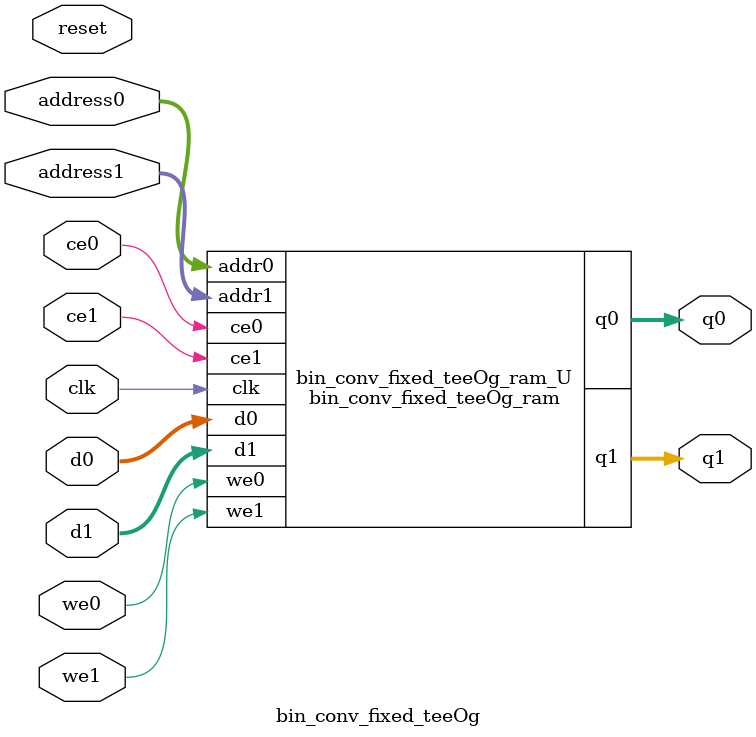
<source format=v>
`timescale 1 ns / 1 ps
module bin_conv_fixed_teeOg_ram (addr0, ce0, d0, we0, q0, addr1, ce1, d1, we1, q1,  clk);

parameter DWIDTH = 12;
parameter AWIDTH = 6;
parameter MEM_SIZE = 64;

input[AWIDTH-1:0] addr0;
input ce0;
input[DWIDTH-1:0] d0;
input we0;
output reg[DWIDTH-1:0] q0;
input[AWIDTH-1:0] addr1;
input ce1;
input[DWIDTH-1:0] d1;
input we1;
output reg[DWIDTH-1:0] q1;
input clk;

(* ram_style = "block" *)reg [DWIDTH-1:0] ram[0:MEM_SIZE-1];




always @(posedge clk)  
begin 
    if (ce0) 
    begin
        if (we0) 
        begin 
            ram[addr0] <= d0; 
        end 
        q0 <= ram[addr0];
    end
end


always @(posedge clk)  
begin 
    if (ce1) 
    begin
        if (we1) 
        begin 
            ram[addr1] <= d1; 
        end 
        q1 <= ram[addr1];
    end
end


endmodule

`timescale 1 ns / 1 ps
module bin_conv_fixed_teeOg(
    reset,
    clk,
    address0,
    ce0,
    we0,
    d0,
    q0,
    address1,
    ce1,
    we1,
    d1,
    q1);

parameter DataWidth = 32'd12;
parameter AddressRange = 32'd64;
parameter AddressWidth = 32'd6;
input reset;
input clk;
input[AddressWidth - 1:0] address0;
input ce0;
input we0;
input[DataWidth - 1:0] d0;
output[DataWidth - 1:0] q0;
input[AddressWidth - 1:0] address1;
input ce1;
input we1;
input[DataWidth - 1:0] d1;
output[DataWidth - 1:0] q1;



bin_conv_fixed_teeOg_ram bin_conv_fixed_teeOg_ram_U(
    .clk( clk ),
    .addr0( address0 ),
    .ce0( ce0 ),
    .we0( we0 ),
    .d0( d0 ),
    .q0( q0 ),
    .addr1( address1 ),
    .ce1( ce1 ),
    .we1( we1 ),
    .d1( d1 ),
    .q1( q1 ));

endmodule


</source>
